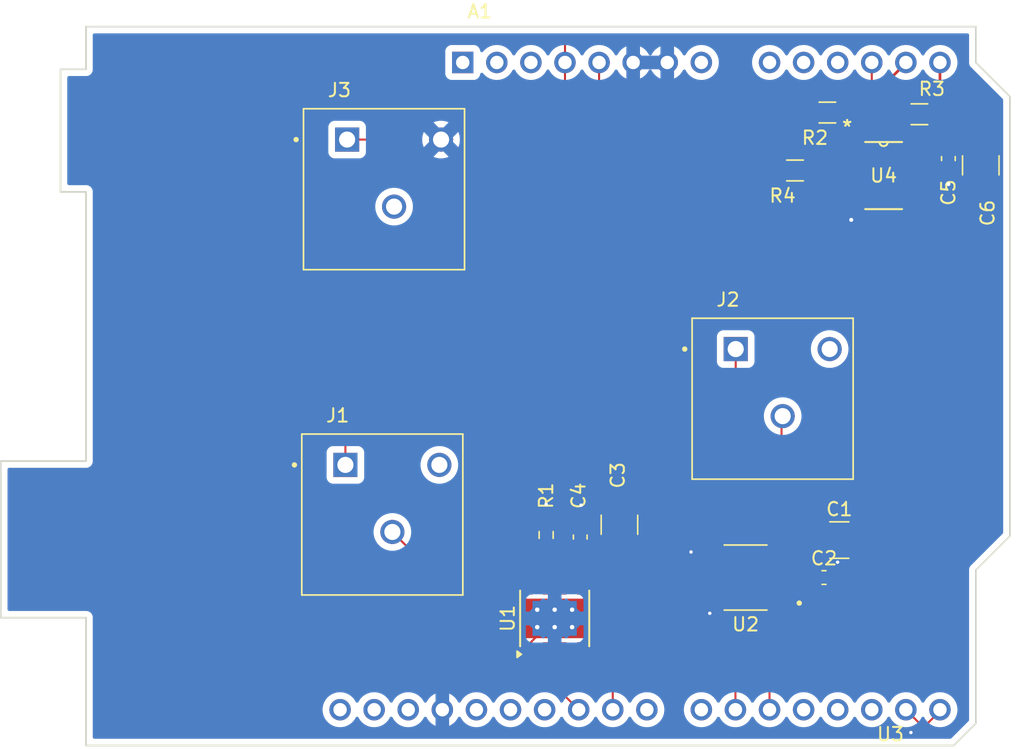
<source format=kicad_pcb>
(kicad_pcb (version 20241229) (generator "pcbnew") (generator_version "9.0")
  (title_block (title "Motor_temperature") (rev "A") (company "Self"))
  (layers (0 "F.Cu" signal) (2 "B.Cu" power) (13 "F.Paste" user) (15 "B.Paste" user) (5 "F.SilkS" user "F.Silkscreen") (7 "B.SilkS" user "B.Silkscreen") (1 "F.Mask" user) (3 "B.Mask" user) (25 "Edge.Cuts" user))
  (net 0 "")
  (net 3 "/SCL")
  (net 4 "/IN_B")
  (net 5 "/ALERT")
  (net 6 "GND")
  (net 11 "/IN_A")
  (net 13 "/UART_TX")
  (net 17 "/SDA")
  (net 20 "/IN_1")
  (net 25 "/3V3")
  (net 28 "/UART_RX")
  (net 29 "/IN_2")
  (net 30 "+12V")
  (net 31 "/OUT_1")
  (net 32 "/OUT_2")
  (net 34 "Net-(U2-OB)")
  (net 35 "/OUT_A")
  (net 38 "Net-(U1-ISEN)")
  (net 39 "+5V")
  (footprint "Resistor_SMD:R_0603_1608Metric_Pad0.98x0.95mm_HandSolder" (layer "F.Cu") (at 132.461 101.6 90)
    (property "Reference" "R1" (at 2.921 0 90) (layer "F.SilkS"))
    (property "Value" "200 m")
    (fp_line (start -0.254724 -0.5225) (end 0.254724 -0.5225) (stroke (width 0.12)) (layer "F.SilkS"))
    (fp_line (start -0.254724 0.5225) (end 0.254724 0.5225) (stroke (width 0.12)) (layer "F.SilkS"))
    (pad "1" smd roundrect (at -0.9125 0 90) (size 0.975 0.95) (layers "F.Cu" "F.Mask" "F.Paste") (net 38 "Net-(U1-ISEN)"))
    (pad "2" smd roundrect (at 0.9125 0 90) (size 0.975 0.95) (layers "F.Cu" "F.Mask" "F.Paste") (net 6 "GND"))
  )
  (footprint "Capacitor_SMD:C_0603_1608Metric_Pad1.08x0.95mm_HandSolder" (layer "F.Cu") (at 153.162 104.775)
    (property "Reference" "C2" (at 0 -1.43 0) (layer "F.SilkS"))
    (property "Value" "0.1u")
    (fp_line (start -0.146267 -0.51) (end 0.146267 -0.51) (stroke (width 0.12)) (layer "F.SilkS"))
    (fp_line (start -0.146267 0.51) (end 0.146267 0.51) (stroke (width 0.12)) (layer "F.SilkS"))
    (pad "1" smd roundrect (at -0.8625 0) (size 1.075 0.95) (layers "F.Cu" "F.Mask" "F.Paste") (net 39 "+5V"))
    (pad "2" smd roundrect (at 0.8625 0) (size 1.075 0.95) (layers "F.Cu" "F.Mask" "F.Paste") (net 6 "GND"))
  )
  (footprint "TBL002A-350-03GR-2OR:CUI_TBL002A-350-03GR-2OR" (layer "F.Cu") (at 117.6295 72.119)
    (property "Reference" "J3" (at -0.575 -3.685 0) (layer "F.SilkS"))
    (property "Value" "TBL002A-350-03GR-2OR")
    (fp_line (start -3.25 -2.3) (end 8.75 -2.3) (stroke (width 0.127)) (layer "F.SilkS"))
    (fp_line (start -3.25 9.7) (end -3.25 -2.3) (stroke (width 0.127)) (layer "F.SilkS"))
    (fp_line (start 8.75 -2.3) (end 8.75 9.7) (stroke (width 0.127)) (layer "F.SilkS"))
    (fp_line (start 8.75 9.7) (end -3.25 9.7) (stroke (width 0.127)) (layer "F.SilkS"))
    (fp_circle (center -3.8 0) (end -3.7 0) (stroke (width 0.2)) (fill no) (layer "F.SilkS"))
    (pad "1" thru_hole rect (at 0 0) (size 1.8 1.8) (drill 1.2) (layers "*.Cu" "*.Mask") (net 30 "+12V"))
    (pad "2" thru_hole circle (at 3.5 5) (size 1.8 1.8) (drill 1.2) (layers "*.Cu" "*.Mask"))
    (pad "3" thru_hole circle (at 7 0) (size 1.8 1.8) (drill 1.2) (layers "*.Cu" "*.Mask") (net 6 "GND"))
  )
  (footprint "1206W4F4701T5E:RESC3115X65N" (layer "F.Cu") (at 153.416 70.104 180)
    (property "Reference" "R2" (at 0.925 -1.885 0) (layer "F.SilkS"))
    (property "Value" "4K7")
    (fp_line (start -0.615 0.775) (end 0.615 0.775) (stroke (width 0.127)) (layer "F.SilkS"))
    (fp_line (start -0.615 -0.775) (end 0.615 -0.775) (stroke (width 0.127)) (layer "F.SilkS"))
    (pad "1" smd rect (at -1.46 0 180) (size 1.05 1.72) (layers "F.Cu" "F.Mask" "F.Paste") (net 17 "/SDA"))
    (pad "2" smd rect (at 1.46 0 180) (size 1.05 1.72) (layers "F.Cu" "F.Mask" "F.Paste") (net 25 "/3V3"))
  )
  (footprint "Capacitor_SMD:C_1210_3225Metric_Pad1.33x2.70mm_HandSolder" (layer "F.Cu") (at 154.305 101.981)
    (property "Reference" "C1" (at 0 -2.3 0) (layer "F.SilkS"))
    (property "Value" "47u")
    (fp_line (start -0.711252 -1.36) (end 0.711252 -1.36) (stroke (width 0.12)) (layer "F.SilkS"))
    (fp_line (start -0.711252 1.36) (end 0.711252 1.36) (stroke (width 0.12)) (layer "F.SilkS"))
    (pad "1" smd roundrect (at -1.5625 0) (size 1.325 2.7) (layers "F.Cu" "F.Mask" "F.Paste") (roundrect_rratio 0.188679) (net 39 "+5V"))
    (pad "2" smd roundrect (at 1.5625 0) (size 1.325 2.7) (layers "F.Cu" "F.Mask" "F.Paste") (roundrect_rratio 0.188679) (net 6 "GND"))
  )
  (footprint "Capacitor_SMD:C_1210_3225Metric_Pad1.33x2.70mm_HandSolder" (layer "F.Cu") (at 137.922 100.838 90)
    (property "Reference" "C3" (at 3.683 -0.127 90) (layer "F.SilkS"))
    (property "Value" "47u")
    (fp_line (start -0.711252 -1.36) (end 0.711252 -1.36) (stroke (width 0.12)) (layer "F.SilkS"))
    (fp_line (start -0.711252 1.36) (end 0.711252 1.36) (stroke (width 0.12)) (layer "F.SilkS"))
    (pad "1" smd roundrect (at -1.5625 0 90) (size 1.325 2.7) (layers "F.Cu" "F.Mask" "F.Paste") (roundrect_rratio 0.188679) (net 30 "+12V"))
    (pad "2" smd roundrect (at 1.5625 0 90) (size 1.325 2.7) (layers "F.Cu" "F.Mask" "F.Paste") (roundrect_rratio 0.188679) (net 6 "GND"))
  )
  (footprint "1206W4F4701T5E:RESC3115X65N" (layer "F.Cu") (at 160.274 70.231)
    (property "Reference" "R3" (at 0.925 -1.885 0) (layer "F.SilkS"))
    (property "Value" "4K7")
    (fp_line (start -0.615 -0.775) (end 0.615 -0.775) (stroke (width 0.127)) (layer "F.SilkS"))
    (fp_line (start -0.615 0.775) (end 0.615 0.775) (stroke (width 0.127)) (layer "F.SilkS"))
    (pad "1" smd rect (at -1.46 0) (size 1.05 1.72) (layers "F.Cu" "F.Mask" "F.Paste") (net 3 "/SCL"))
    (pad "2" smd rect (at 1.46 0) (size 1.05 1.72) (layers "F.Cu" "F.Mask" "F.Paste") (net 25 "/3V3"))
  )
  (footprint "L9110S:SOIC127P599X172-8N" (layer "F.Cu") (at 147.32 104.775 180)
    (property "Reference" "U2" (at 0 -3.4925 0) (layer "F.SilkS"))
    (property "Value" "L9110S")
    (fp_line (start 1.59 2.4257) (end -1.59 2.4257) (stroke (width 0.127)) (layer "F.SilkS"))
    (fp_line (start -1.59 -2.4257) (end 1.59 -2.4257) (stroke (width 0.127)) (layer "F.SilkS"))
    (fp_circle (center -4 -1.905) (end -3.9 -1.905) (stroke (width 0.2)) (fill no) (layer "F.SilkS"))
    (pad "1" smd rect (at -2.68 -1.905 180) (size 1.55 0.58) (layers "F.Cu" "F.Mask" "F.Paste") (net 35 "/OUT_A"))
    (pad "2" smd rect (at -2.68 -0.635 180) (size 1.55 0.58) (layers "F.Cu" "F.Mask" "F.Paste") (net 39 "+5V"))
    (pad "3" smd rect (at -2.68 0.635 180) (size 1.55 0.58) (layers "F.Cu" "F.Mask" "F.Paste") (net 39 "+5V"))
    (pad "4" smd rect (at -2.68 1.905 180) (size 1.55 0.58) (layers "F.Cu" "F.Mask" "F.Paste") (net 34 "Net-(U2-OB)"))
    (pad "5" smd rect (at 2.68 1.905 180) (size 1.55 0.58) (layers "F.Cu" "F.Mask" "F.Paste") (net 6 "GND"))
    (pad "6" smd rect (at 2.68 0.635 180) (size 1.55 0.58) (layers "F.Cu" "F.Mask" "F.Paste") (net 11 "/IN_A"))
    (pad "7" smd rect (at 2.68 -0.635 180) (size 1.55 0.58) (layers "F.Cu" "F.Mask" "F.Paste") (net 4 "/IN_B"))
    (pad "8" smd rect (at 2.68 -1.905 180) (size 1.55 0.58) (layers "F.Cu" "F.Mask" "F.Paste") (net 6 "GND"))
  )
  (footprint "TBL002A-350-03GR-2OR:CUI_TBL002A-350-03GR-2OR" (layer "F.Cu") (at 117.5025 96.376)
    (property "Reference" "J1" (at -0.575 -3.685 0) (layer "F.SilkS"))
    (property "Value" "TBL002A-350-03GR-2OR")
    (fp_line (start -3.25 -2.3) (end 8.75 -2.3) (stroke (width 0.127)) (layer "F.SilkS"))
    (fp_line (start -3.25 9.7) (end -3.25 -2.3) (stroke (width 0.127)) (layer "F.SilkS"))
    (fp_line (start 8.75 -2.3) (end 8.75 9.7) (stroke (width 0.127)) (layer "F.SilkS"))
    (fp_line (start 8.75 9.7) (end -3.25 9.7) (stroke (width 0.127)) (layer "F.SilkS"))
    (fp_circle (center -3.8 0) (end -3.7 0) (stroke (width 0.2)) (fill no) (layer "F.SilkS"))
    (pad "1" thru_hole rect (at 0 0) (size 1.8 1.8) (drill 1.2) (layers "*.Cu" "*.Mask") (net 31 "/OUT_1"))
    (pad "2" thru_hole circle (at 3.5 5) (size 1.8 1.8) (drill 1.2) (layers "*.Cu" "*.Mask") (net 32 "/OUT_2"))
    (pad "3" thru_hole circle (at 7 0) (size 1.8 1.8) (drill 1.2) (layers "*.Cu" "*.Mask"))
  )
  (footprint "Capacitor_SMD:C_0603_1608Metric_Pad1.08x0.95mm_HandSolder" (layer "F.Cu") (at 162.433 73.533 -90)
    (property "Reference" "C5" (at 2.54 0 90) (layer "F.SilkS"))
    (property "Value" "0.1u")
    (fp_line (start -0.146267 0.51) (end 0.146267 0.51) (stroke (width 0.12)) (layer "F.SilkS"))
    (fp_line (start -0.146267 -0.51) (end 0.146267 -0.51) (stroke (width 0.12)) (layer "F.SilkS"))
    (pad "1" smd roundrect (at -0.8625 0 270) (size 1.075 0.95) (layers "F.Cu" "F.Mask" "F.Paste") (net 25 "/3V3"))
    (pad "2" smd roundrect (at 0.8625 0 270) (size 1.075 0.95) (layers "F.Cu" "F.Mask" "F.Paste") (net 6 "GND"))
  )
  (footprint "TMP144YFFR:YFF0004AAAJ" (layer "F.Cu") (at 160.582 115.951 180)
    (property "Reference" "U3" (at 2.467 -0.508 0) (layer "F.SilkS"))
    (property "Value" "TMP144YFFR")
    (pad "A1" smd circle (at -0.2 -0.2 270) (size 0.23 0.23) (layers "F.Cu" "F.Mask") (net 25 "/3V3"))
    (pad "A2" smd circle (at 0.2 -0.2 270) (size 0.23 0.23) (layers "F.Cu" "F.Mask") (net 6 "GND"))
    (pad "B1" smd circle (at -0.2 0.200002 270) (size 0.23 0.23) (layers "F.Cu" "F.Mask") (net 28 "/UART_RX"))
    (pad "B2" smd circle (at 0.2 0.200002 270) (size 0.23 0.23) (layers "F.Cu" "F.Mask") (net 13 "/UART_TX"))
  )
  (footprint "TMP75AIDR:D8" (layer "F.Cu") (at 157.607 74.803)
    (property "Reference" "U4" (at 0 0 0) (layer "F.SilkS"))
    (property "Value" "TMP75AIDR")
    (fp_line (start -1.373653 2.5019) (end 1.373653 2.5019) (stroke (width 0.1524)) (layer "F.SilkS"))
    (fp_line (start 1.373653 -2.5019) (end -1.373653 -2.5019) (stroke (width 0.1524)) (layer "F.SilkS"))
    (fp_arc (start 0.3048 -2.5019) (mid 0 -2.1971) (end -0.3048 -2.5019) (stroke (width 0.1524)) (layer "F.SilkS"))
    (fp_text user "*" (at -2.7178 -3.6068 0) (layer "F.SilkS"))
    (fp_text user "*" (at -2.7178 -3.6068 0) (layer "F.SilkS"))
    (pad "1" smd rect (at -2.4638 -1.905) (size 1.9812 0.5588) (layers "F.Cu" "F.Mask" "F.Paste") (net 17 "/SDA"))
    (pad "2" smd rect (at -2.4638 -0.635) (size 1.9812 0.5588) (layers "F.Cu" "F.Mask" "F.Paste") (net 3 "/SCL"))
    (pad "3" smd rect (at -2.4638 0.635) (size 1.9812 0.5588) (layers "F.Cu" "F.Mask" "F.Paste") (net 5 "/ALERT"))
    (pad "4" smd rect (at -2.4638 1.905) (size 1.9812 0.5588) (layers "F.Cu" "F.Mask" "F.Paste") (net 6 "GND"))
    (pad "5" smd rect (at 2.4638 1.905) (size 1.9812 0.5588) (layers "F.Cu" "F.Mask" "F.Paste") (net 6 "GND"))
    (pad "6" smd rect (at 2.4638 0.635) (size 1.9812 0.5588) (layers "F.Cu" "F.Mask" "F.Paste") (net 6 "GND"))
    (pad "7" smd rect (at 2.4638 -0.635) (size 1.9812 0.5588) (layers "F.Cu" "F.Mask" "F.Paste") (net 6 "GND"))
    (pad "8" smd rect (at 2.4638 -1.905) (size 1.9812 0.5588) (layers "F.Cu" "F.Mask" "F.Paste") (net 25 "/3V3"))
  )
  (footprint "TBL002A-350-03GR-2OR:CUI_TBL002A-350-03GR-2OR" (layer "F.Cu") (at 146.5855 87.74)
    (property "Reference" "J2" (at -0.575 -3.685 0) (layer "F.SilkS"))
    (property "Value" "TBL002A-350-03GR-2OR")
    (fp_line (start -3.25 -2.3) (end 8.75 -2.3) (stroke (width 0.127)) (layer "F.SilkS"))
    (fp_line (start -3.25 9.7) (end -3.25 -2.3) (stroke (width 0.127)) (layer "F.SilkS"))
    (fp_line (start 8.75 -2.3) (end 8.75 9.7) (stroke (width 0.127)) (layer "F.SilkS"))
    (fp_line (start 8.75 9.7) (end -3.25 9.7) (stroke (width 0.127)) (layer "F.SilkS"))
    (fp_circle (center -3.8 0) (end -3.7 0) (stroke (width 0.2)) (fill no) (layer "F.SilkS"))
    (pad "1" thru_hole rect (at 0 0) (size 1.8 1.8) (drill 1.2) (layers "*.Cu" "*.Mask") (net 35 "/OUT_A"))
    (pad "2" thru_hole circle (at 3.5 5) (size 1.8 1.8) (drill 1.2) (layers "*.Cu" "*.Mask") (net 34 "Net-(U2-OB)"))
    (pad "3" thru_hole circle (at 7 0) (size 1.8 1.8) (drill 1.2) (layers "*.Cu" "*.Mask"))
  )
  (footprint "Module:Arduino_UNO_R3_edgecuts_withoutcourtyard" (layer "F.Cu") (at 126.245 66.37)
    (property "Reference" "A1" (at 1.27 -3.81 180) (layer "F.SilkS"))
    (property "Value" "Arduino_UNO_R3_edgecuts")
    (fp_line (start -34.42 29.72) (end -34.42 41.4) (stroke (width 0.12)) (layer "F.SilkS"))
    (fp_line (start -34.42 41.4) (end -28.07 41.4) (stroke (width 0.12)) (layer "F.SilkS"))
    (fp_line (start -29.97 0.51) (end -29.97 9.65) (stroke (width 0.12)) (layer "F.SilkS"))
    (fp_line (start -29.97 9.65) (end -28.07 9.65) (stroke (width 0.12)) (layer "F.SilkS"))
    (fp_line (start -28.07 -2.67) (end -28.07 0.51) (stroke (width 0.12)) (layer "F.SilkS"))
    (fp_line (start -28.07 0.51) (end -29.97 0.51) (stroke (width 0.12)) (layer "F.SilkS"))
    (fp_line (start -28.07 9.65) (end -28.07 29.72) (stroke (width 0.12)) (layer "F.SilkS"))
    (fp_line (start -28.07 29.72) (end -34.42 29.72) (stroke (width 0.12)) (layer "F.SilkS"))
    (fp_line (start -28.07 41.4) (end -28.07 50.93) (stroke (width 0.12)) (layer "F.SilkS"))
    (fp_line (start -28.07 50.93) (end 36.58 50.93) (stroke (width 0.12)) (layer "F.SilkS"))
    (fp_line (start 36.58 50.93) (end 38.23 49.28) (stroke (width 0.12)) (layer "F.SilkS"))
    (fp_line (start 38.23 -2.67) (end -28.07 -2.67) (stroke (width 0.12)) (layer "F.SilkS"))
    (fp_line (start 38.23 0) (end 38.23 -2.67) (stroke (width 0.12)) (layer "F.SilkS"))
    (fp_line (start 38.23 37.85) (end 40.77 35.31) (stroke (width 0.12)) (layer "F.SilkS"))
    (fp_line (start 38.23 49.28) (end 38.23 37.85) (stroke (width 0.12)) (layer "F.SilkS"))
    (fp_line (start 40.77 2.54) (end 38.23 0) (stroke (width 0.12)) (layer "F.SilkS"))
    (fp_line (start 40.77 35.31) (end 40.77 2.54) (stroke (width 0.12)) (layer "F.SilkS"))
    (fp_line (start -34.42 29.72) (end -34.42 41.4) (stroke (width 0.12)) (layer "Edge.Cuts"))
    (fp_line (start -34.42 41.4) (end -28.07 41.4) (stroke (width 0.12)) (layer "Edge.Cuts"))
    (fp_line (start -29.97 0.51) (end -29.97 9.65) (stroke (width 0.12)) (layer "Edge.Cuts"))
    (fp_line (start -29.97 9.65) (end -28.07 9.65) (stroke (width 0.12)) (layer "Edge.Cuts"))
    (fp_line (start -28.07 -2.67) (end -28.07 0.51) (stroke (width 0.12)) (layer "Edge.Cuts"))
    (fp_line (start -28.07 0.51) (end -29.97 0.51) (stroke (width 0.12)) (layer "Edge.Cuts"))
    (fp_line (start -28.07 9.65) (end -28.07 29.72) (stroke (width 0.12)) (layer "Edge.Cuts"))
    (fp_line (start -28.07 29.72) (end -34.42 29.72) (stroke (width 0.12)) (layer "Edge.Cuts"))
    (fp_line (start -28.07 41.4) (end -28.07 50.93) (stroke (width 0.12)) (layer "Edge.Cuts"))
    (fp_line (start -28.07 50.93) (end 36.58 50.93) (stroke (width 0.12)) (layer "Edge.Cuts"))
    (fp_line (start 36.58 50.93) (end 38.23 49.28) (stroke (width 0.12)) (layer "Edge.Cuts"))
    (fp_line (start 38.23 -2.67) (end -28.07 -2.67) (stroke (width 0.12)) (layer "Edge.Cuts"))
    (fp_line (start 38.23 0) (end 38.23 -2.67) (stroke (width 0.12)) (layer "Edge.Cuts"))
    (fp_line (start 38.23 37.85) (end 40.77 35.31) (stroke (width 0.12)) (layer "Edge.Cuts"))
    (fp_line (start 38.23 49.28) (end 38.23 37.85) (stroke (width 0.12)) (layer "Edge.Cuts"))
    (fp_line (start 40.77 2.54) (end 38.23 0) (stroke (width 0.12)) (layer "Edge.Cuts"))
    (fp_line (start 40.77 35.31) (end 40.77 2.54) (stroke (width 0.12)) (layer "Edge.Cuts"))
    (pad "1" thru_hole rect (at 0 0 90) (size 1.6 1.6) (drill 1) (layers "*.Cu" "*.Mask"))
    (pad "2" thru_hole oval (at 2.54 0 90) (size 1.6 1.6) (drill 1) (layers "*.Cu" "*.Mask"))
    (pad "3" thru_hole oval (at 5.08 0 90) (size 1.6 1.6) (drill 1) (layers "*.Cu" "*.Mask"))
    (pad "4" thru_hole oval (at 7.62 0 90) (size 1.6 1.6) (drill 1) (layers "*.Cu" "*.Mask") (net 25 "/3V3"))
    (pad "5" thru_hole oval (at 10.16 0 90) (size 1.6 1.6) (drill 1) (layers "*.Cu" "*.Mask") (net 39 "+5V"))
    (pad "6" thru_hole oval (at 12.7 0 90) (size 1.6 1.6) (drill 1) (layers "*.Cu" "*.Mask") (net 6 "GND"))
    (pad "7" thru_hole oval (at 15.24 0 90) (size 1.6 1.6) (drill 1) (layers "*.Cu" "*.Mask") (net 6 "GND"))
    (pad "8" thru_hole oval (at 17.78 0 90) (size 1.6 1.6) (drill 1) (layers "*.Cu" "*.Mask"))
    (pad "9" thru_hole oval (at 22.86 0 90) (size 1.6 1.6) (drill 1) (layers "*.Cu" "*.Mask"))
    (pad "10" thru_hole oval (at 25.4 0 90) (size 1.6 1.6) (drill 1) (layers "*.Cu" "*.Mask"))
    (pad "11" thru_hole oval (at 27.94 0 90) (size 1.6 1.6) (drill 1) (layers "*.Cu" "*.Mask"))
    (pad "12" thru_hole oval (at 30.48 0 90) (size 1.6 1.6) (drill 1) (layers "*.Cu" "*.Mask") (net 5 "/ALERT"))
    (pad "13" thru_hole oval (at 33.02 0 90) (size 1.6 1.6) (drill 1) (layers "*.Cu" "*.Mask") (net 17 "/SDA"))
    (pad "14" thru_hole oval (at 35.56 0 90) (size 1.6 1.6) (drill 1) (layers "*.Cu" "*.Mask") (net 3 "/SCL"))
    (pad "15" thru_hole oval (at 35.56 48.26 90) (size 1.6 1.6) (drill 1) (layers "*.Cu" "*.Mask") (net 28 "/UART_RX"))
    (pad "16" thru_hole oval (at 33.02 48.26 90) (size 1.6 1.6) (drill 1) (layers "*.Cu" "*.Mask") (net 13 "/UART_TX"))
    (pad "17" thru_hole oval (at 30.48 48.26 90) (size 1.6 1.6) (drill 1) (layers "*.Cu" "*.Mask"))
    (pad "18" thru_hole oval (at 27.94 48.26 90) (size 1.6 1.6) (drill 1) (layers "*.Cu" "*.Mask"))
    (pad "19" thru_hole oval (at 25.4 48.26 90) (size 1.6 1.6) (drill 1) (layers "*.Cu" "*.Mask"))
    (pad "20" thru_hole oval (at 22.86 48.26 90) (size 1.6 1.6) (drill 1) (layers "*.Cu" "*.Mask") (net 11 "/IN_A"))
    (pad "21" thru_hole oval (at 20.32 48.26 90) (size 1.6 1.6) (drill 1) (layers "*.Cu" "*.Mask") (net 4 "/IN_B"))
    (pad "22" thru_hole oval (at 17.78 48.26 90) (size 1.6 1.6) (drill 1) (layers "*.Cu" "*.Mask"))
    (pad "23" thru_hole oval (at 13.72 48.26 90) (size 1.6 1.6) (drill 1) (layers "*.Cu" "*.Mask"))
    (pad "24" thru_hole oval (at 11.18 48.26 90) (size 1.6 1.6) (drill 1) (layers "*.Cu" "*.Mask") (net 20 "/IN_1"))
    (pad "25" thru_hole oval (at 8.64 48.26 90) (size 1.6 1.6) (drill 1) (layers "*.Cu" "*.Mask") (net 29 "/IN_2"))
    (pad "26" thru_hole oval (at 6.1 48.26 90) (size 1.6 1.6) (drill 1) (layers "*.Cu" "*.Mask"))
    (pad "27" thru_hole oval (at 3.56 48.26 90) (size 1.6 1.6) (drill 1) (layers "*.Cu" "*.Mask"))
    (pad "28" thru_hole oval (at 1.02 48.26 90) (size 1.6 1.6) (drill 1) (layers "*.Cu" "*.Mask"))
    (pad "29" thru_hole oval (at -1.52 48.26 90) (size 1.6 1.6) (drill 1) (layers "*.Cu" "*.Mask") (net 6 "GND"))
    (pad "30" thru_hole oval (at -4.06 48.26 90) (size 1.6 1.6) (drill 1) (layers "*.Cu" "*.Mask"))
    (pad "31" thru_hole oval (at -6.6 48.26 90) (size 1.6 1.6) (drill 1) (layers "*.Cu" "*.Mask"))
    (pad "32" thru_hole oval (at -9.14 48.26 90) (size 1.6 1.6) (drill 1) (layers "*.Cu" "*.Mask"))
  )
  (footprint "Package_SO:Texas_HTSOP-8-1EP_3.9x4.9mm_P1.27mm_EP2.95x4.9mm_Mask2.4x3.1mm_ThermalVias" (layer "F.Cu") (at 133.096 107.823 90)
    (property "Reference" "U1" (at 0 -3.5 90) (layer "F.SilkS"))
    (property "Value" "DRV8870DDA")
    (fp_line (start -2.075 -2.575) (end 2.075 -2.575) (stroke (width 0.15)) (layer "F.SilkS"))
    (fp_line (start -2.075 2.575) (end 2.075 2.575) (stroke (width 0.15)) (layer "F.SilkS"))
    (fp_poly (pts (xy -2.675 -2.475) (xy -2.915 -2.805) (xy -2.435 -2.805) (xy -2.675 -2.475)) (stroke (width 0.12)) (fill yes) (layer "F.SilkS"))
    (pad "1" smd rect (at -2.875 -1.905 90) (size 2.2 0.5) (layers "F.Cu" "F.Mask" "F.Paste") (net 6 "GND"))
    (pad "2" smd rect (at -2.875 -0.635 90) (size 2.2 0.5) (layers "F.Cu" "F.Mask" "F.Paste") (net 29 "/IN_2"))
    (pad "3" smd rect (at -2.875 0.635 90) (size 2.2 0.5) (layers "F.Cu" "F.Mask" "F.Paste") (net 20 "/IN_1"))
    (pad "4" smd rect (at -2.875 1.905 90) (size 2.2 0.5) (layers "F.Cu" "F.Mask" "F.Paste") (net 25 "/3V3"))
    (pad "5" smd rect (at 2.875 1.905 90) (size 2.2 0.5) (layers "F.Cu" "F.Mask" "F.Paste") (net 30 "+12V"))
    (pad "6" smd rect (at 2.875 0.635 90) (size 2.2 0.5) (layers "F.Cu" "F.Mask" "F.Paste") (net 31 "/OUT_1"))
    (pad "7" smd rect (at 2.875 -0.635 90) (size 2.2 0.5) (layers "F.Cu" "F.Mask" "F.Paste") (net 38 "Net-(U1-ISEN)"))
    (pad "8" smd rect (at 2.875 -1.905 90) (size 2.2 0.5) (layers "F.Cu" "F.Mask" "F.Paste") (net 32 "/OUT_2"))
    (pad "9" thru_hole circle (at -0.65 -1.3 90) (size 0.63 0.63) (drill 0.33) (layers "*.Cu" "*.Mask") (net 6 "GND"))
    (pad "9" thru_hole circle (at -0.65 0 90) (size 0.63 0.63) (drill 0.33) (layers "*.Cu" "*.Mask") (net 6 "GND"))
    (pad "9" thru_hole circle (at -0.65 1.3 90) (size 0.63 0.63) (drill 0.33) (layers "*.Cu" "*.Mask") (net 6 "GND"))
    (pad "9" smd rect (at 0 0 90) (size 2.6 3.3) (layers "B.Cu") (net 6 "GND"))
    (pad "9" smd rect (at 0 0 90) (size 2.95 4.9) (layers "F.Cu") (net 6 "GND"))
    (pad "9" thru_hole circle (at 0.65 -1.3 90) (size 0.63 0.63) (drill 0.33) (layers "*.Cu" "*.Mask") (net 6 "GND"))
    (pad "9" thru_hole circle (at 0.65 0 90) (size 0.63 0.63) (drill 0.33) (layers "*.Cu" "*.Mask") (net 6 "GND"))
    (pad "9" thru_hole circle (at 0.65 1.3 90) (size 0.63 0.63) (drill 0.33) (layers "*.Cu" "*.Mask") (net 6 "GND"))
  )
  (footprint "1206W4F4701T5E:RESC3115X65N" (layer "F.Cu") (at 151.003 74.422 180)
    (property "Reference" "R4" (at 0.925 -1.885 0) (layer "F.SilkS"))
    (property "Value" "4K7")
    (fp_line (start -0.615 0.775) (end 0.615 0.775) (stroke (width 0.127)) (layer "F.SilkS"))
    (fp_line (start -0.615 -0.775) (end 0.615 -0.775) (stroke (width 0.127)) (layer "F.SilkS"))
    (pad "1" smd rect (at -1.46 0 180) (size 1.05 1.72) (layers "F.Cu" "F.Mask" "F.Paste") (net 5 "/ALERT"))
    (pad "2" smd rect (at 1.46 0 180) (size 1.05 1.72) (layers "F.Cu" "F.Mask" "F.Paste") (net 25 "/3V3"))
  )
  (footprint "Capacitor_SMD:C_0603_1608Metric_Pad1.08x0.95mm_HandSolder" (layer "F.Cu") (at 135.001 101.7535 90)
    (property "Reference" "C4" (at 3.0745 -0.127 90) (layer "F.SilkS"))
    (property "Value" "0.1u")
    (fp_line (start -0.146267 -0.51) (end 0.146267 -0.51) (stroke (width 0.12)) (layer "F.SilkS"))
    (fp_line (start -0.146267 0.51) (end 0.146267 0.51) (stroke (width 0.12)) (layer "F.SilkS"))
    (pad "1" smd roundrect (at -0.8625 0 90) (size 1.075 0.95) (layers "F.Cu" "F.Mask" "F.Paste") (net 30 "+12V"))
    (pad "2" smd roundrect (at 0.8625 0 90) (size 1.075 0.95) (layers "F.Cu" "F.Mask" "F.Paste") (net 6 "GND"))
  )
  (footprint "Capacitor_SMD:C_1210_3225Metric_Pad1.33x2.70mm_HandSolder" (layer "F.Cu") (at 164.846 74.041 -90)
    (property "Reference" "C6" (at 3.556 -0.508 90) (layer "F.SilkS"))
    (property "Value" "47u")
    (fp_line (start -0.711252 1.36) (end 0.711252 1.36) (stroke (width 0.12)) (layer "F.SilkS"))
    (fp_line (start -0.711252 -1.36) (end 0.711252 -1.36) (stroke (width 0.12)) (layer "F.SilkS"))
    (pad "1" smd roundrect (at -1.5625 0 270) (size 1.325 2.7) (layers "F.Cu" "F.Mask" "F.Paste") (roundrect_rratio 0.188679) (net 25 "/3V3"))
    (pad "2" smd roundrect (at 1.5625 0 270) (size 1.325 2.7) (layers "F.Cu" "F.Mask" "F.Paste") (roundrect_rratio 0.188679) (net 6 "GND"))
  )
  (segment (start 158.814 70.231) (end 158.814 68.897) (width 0.2) (layer "F.Cu") (net 3))
  (segment (start 161.805 68.192) (end 161.805 66.37) (width 0.2) (layer "F.Cu") (net 3))
  (segment (start 156.21 74.168) (end 158.814 71.564) (width 0.2) (layer "F.Cu") (net 3))
  (segment (start 161.798 68.199) (end 161.805 68.192) (width 0.2) (layer "F.Cu") (net 3))
  (segment (start 158.814 71.564) (end 158.814 70.231) (width 0.2) (layer "F.Cu") (net 3))
  (segment (start 155.7782 74.168) (end 156.21 74.168) (width 0.2) (layer "F.Cu") (net 3))
  (segment (start 158.814 68.897) (end 159.258 68.453) (width 0.2) (layer "F.Cu") (net 3))
  (segment (start 159.258 68.453) (end 161.798 68.453) (width 0.2) (layer "F.Cu") (net 3))
  (segment (start 161.798 68.453) (end 161.798 68.199) (width 0.2) (layer "F.Cu") (net 3))
  (segment (start 143.002 109.601) (end 143.002 105.41) (width 0.1524) (layer "F.Cu") (net 4))
  (segment (start 146.565 113.164) (end 143.002 109.601) (width 0.1524) (layer "F.Cu") (net 4))
  (segment (start 143.002 105.41) (end 144.64 105.41) (width 0.1524) (layer "F.Cu") (net 4))
  (segment (start 146.565 114.63) (end 146.565 113.164) (width 0.1524) (layer "F.Cu") (net 4))
  (segment (start 152.463 72.581) (end 153.416 71.628) (width 0.1524) (layer "F.Cu") (net 5))
  (segment (start 153.416 71.628) (end 153.416 68.834) (width 0.1524) (layer "F.Cu") (net 5))
  (segment (start 153.924 68.326) (end 156.718 68.326) (width 0.1524) (layer "F.Cu") (net 5))
  (segment (start 153.479 75.438) (end 152.463 74.422) (width 0.1524) (layer "F.Cu") (net 5))
  (segment (start 153.416 68.834) (end 153.924 68.326) (width 0.1524) (layer "F.Cu") (net 5))
  (segment (start 156.718 68.326) (end 156.725 68.319) (width 0.1524) (layer "F.Cu") (net 5))
  (segment (start 152.463 74.422) (end 152.463 72.581) (width 0.1524) (layer "F.Cu") (net 5))
  (segment (start 156.725 68.319) (end 156.725 66.37) (width 0.1524) (layer "F.Cu") (net 5))
  (segment (start 155.1432 75.438) (end 153.479 75.438) (width 0.1524) (layer "F.Cu") (net 5))
  (segment (start 160.201 116.332) (end 159.639 116.332) (width 0.1524) (layer "F.Cu") (net 6))
  (segment (start 164.846 75.6035) (end 162.5985 75.6035) (width 0.1524) (layer "F.Cu") (net 6))
  (segment (start 154.051 103.759) (end 154.178 103.632) (width 0.1524) (layer "F.Cu") (net 6))
  (segment (start 137.922 99.2755) (end 135.1665 99.2755) (width 0.1524) (layer "F.Cu") (net 6))
  (segment (start 135.1665 99.2755) (end 135.0645 99.3775) (width 0.1524) (layer "F.Cu") (net 6))
  (segment (start 154.0245 103.7855) (end 154.051 103.759) (width 0.1524) (layer "F.Cu") (net 6))
  (segment (start 134.7975 100.6875) (end 135.001 100.891) (width 0.1524) (layer "F.Cu") (net 6))
  (segment (start 154.0245 104.775) (end 154.0245 103.7855) (width 0.1524) (layer "F.Cu") (net 6))
  (segment (start 160.382 116.151) (end 160.201 116.332) (width 0.1524) (layer "F.Cu") (net 6))
  (segment (start 131.191 109.728) (end 133.096 107.823) (width 0.1524) (layer "F.Cu") (net 6))
  (segment (start 131.191 110.698) (end 131.191 109.728) (width 0.1524) (layer "F.Cu") (net 6))
  (segment (start 162.5985 75.6035) (end 162.433 75.438) (width 0.1524) (layer "F.Cu") (net 6))
  (segment (start 132.461 99.314) (end 132.461 99.441) (width 0.1524) (layer "F.Cu") (net 6))
  (segment (start 144.64 106.68) (end 144.64 107.429) (width 0.1524) (layer "F.Cu") (net 6))
  (segment (start 135.0645 99.3775) (end 135.001 99.441) (width 0.1524) (layer "F.Cu") (net 6))
  (segment (start 160.7058 74.168) (end 162.7135 74.168) (width 0.2) (layer "F.Cu") (net 6))
  (segment (start 160.0708 75.438) (end 160.0708 74.168) (width 0.1524) (layer "F.Cu") (net 6))
  (segment (start 144.64 102.87) (end 143.256 102.87) (width 0.1524) (layer "F.Cu") (net 6))
  (segment (start 132.461 100.6875) (end 132.461 99.314) (width 0.1524) (layer "F.Cu") (net 6))
  (segment (start 160.0708 76.708) (end 160.0708 75.438) (width 0.1524) (layer "F.Cu") (net 6))
  (segment (start 162.433 74.3955) (end 162.433 75.438) (width 0.1524) (layer "F.Cu") (net 6))
  (segment (start 155.1432 78.0542) (end 155.194 78.105) (width 0.1524) (layer "F.Cu") (net 6))
  (segment (start 155.1432 76.708) (end 155.1432 78.0542) (width 0.1524) (layer "F.Cu") (net 6))
  (segment (start 154.2165 103.632) (end 155.8675 101.981) (width 0.1524) (layer "F.Cu") (net 6))
  (segment (start 144.64 107.429) (end 144.653 107.442) (width 0.1524) (layer "F.Cu") (net 6))
  (segment (start 135.001 100.891) (end 135.001 99.441) (width 0.1524) (layer "F.Cu") (net 6))
  (segment (start 154.178 103.632) (end 154.2165 103.632) (width 0.1524) (layer "F.Cu") (net 6))
  (via (at 135.0645 99.3775) (size 0.4064) (drill 0.254) (layers "F.Cu" "B.Cu") (net 6))
  (via (at 162.433 75.438) (size 0.6) (drill 0.3) (layers "F.Cu" "B.Cu") (net 6))
  (via (at 154.178 103.632) (size 0.4064) (drill 0.254) (layers "F.Cu" "B.Cu") (net 6))
  (via (at 144.653 107.442) (size 0.4064) (drill 0.254) (layers "F.Cu" "B.Cu") (net 6))
  (via (at 155.194 78.105) (size 0.6) (drill 0.3) (layers "F.Cu" "B.Cu") (net 6))
  (via (at 132.461 99.314) (size 0.4064) (drill 0.254) (layers "F.Cu" "B.Cu") (net 6))
  (via (at 159.639 116.332) (size 0.4064) (drill 0.254) (layers "F.Cu" "B.Cu") (net 6))
  (via (at 143.256 102.87) (size 0.4064) (drill 0.254) (layers "F.Cu" "B.Cu") (net 6))
  (segment (start 145.796 104.14) (end 144.64 104.14) (width 0.1524) (layer "F.Cu") (net 11))
  (segment (start 149.105 112.656) (end 146.431 109.982) (width 0.1524) (layer "F.Cu") (net 11))
  (segment (start 149.105 114.63) (end 149.105 112.656) (width 0.1524) (layer "F.Cu") (net 11))
  (segment (start 146.431 104.775) (end 145.796 104.14) (width 0.1524) (layer "F.Cu") (net 11))
  (segment (start 146.431 109.982) (end 146.431 104.775) (width 0.1524) (layer "F.Cu") (net 11))
  (segment (start 159.265 114.633998) (end 159.265 114.63) (width 0.1524) (layer "F.Cu") (net 13))
  (segment (start 160.382 115.750998) (end 159.265 114.633998) (width 0.1524) (layer "F.Cu") (net 13))
  (segment (start 154.876 70.104) (end 155.575 70.104) (width 0.2) (layer "F.Cu") (net 17))
  (segment (start 155.575 70.104) (end 159.265 66.414) (width 0.2) (layer "F.Cu") (net 17))
  (segment (start 154.876 70.9036) (end 154.876 70.104) (width 0.2) (layer "F.Cu") (net 17))
  (segment (start 159.265 66.414) (end 159.265 66.37) (width 0.2) (layer "F.Cu") (net 17))
  (segment (start 155.7782 72.898) (end 155.7782 71.8058) (width 0.2) (layer "F.Cu") (net 17))
  (segment (start 155.7782 71.8058) (end 154.876 70.9036) (width 0.2) (layer "F.Cu") (net 17))
  (segment (start 137.414 112.776) (end 137.425 112.787) (width 0.1524) (layer "F.Cu") (net 20))
  (segment (start 133.731 112.268) (end 134.112 112.649) (width 0.1524) (layer "F.Cu") (net 20))
  (segment (start 134.112 112.649) (end 137.414 112.649) (width 0.1524) (layer "F.Cu") (net 20))
  (segment (start 137.425 112.787) (end 137.425 114.63) (width 0.1524) (layer "F.Cu") (net 20))
  (segment (start 137.414 112.649) (end 137.414 112.776) (width 0.1524) (layer "F.Cu") (net 20))
  (segment (start 133.731 110.698) (end 133.731 112.268) (width 0.1524) (layer "F.Cu") (net 20))
  (segment (start 149.543 70.167) (end 149.606 70.104) (width 0.1524) (layer "F.Cu") (net 25))
  (segment (start 145.3515 64.8335) (end 145.2245 64.7065) (width 0.1524) (layer "F.Cu") (net 25))
  (segment (start 133.865 72.397) (end 138.176 76.708) (width 0.1524) (layer "F.Cu") (net 25))
  (segment (start 139.746 110.698) (end 135.001 110.698) (width 0.1524) (layer "F.Cu") (net 25))
  (segment (start 163.449 66.802) (end 163.576 66.929) (width 0.1524) (layer "F.Cu") (net 25))
  (segment (start 160.8063 72.7975) (end 160.7058 72.898) (width 0.1524) (layer "F.Cu") (net 25))
  (segment (start 133.858 65.024) (end 133.865 65.031) (width 0.1524) (layer "F.Cu") (net 25))
  (segment (start 145.2245 64.7065) (end 145.034 64.516) (width 0.1524) (layer "F.Cu") (net 25))
  (segment (start 138.176 76.708) (end 138.176 94.742) (width 0.1524) (layer "F.Cu") (net 25))
  (segment (start 133.865 66.37) (end 133.865 72.397) (width 0.1524) (layer "F.Cu") (net 25))
  (segment (start 145.288 64.77) (end 162.687 64.77) (width 0.1524) (layer "F.Cu") (net 25))
  (segment (start 162.56 116.332) (end 163.576 115.316) (width 0.1524) (layer "F.Cu") (net 25))
  (segment (start 147.193 70.104) (end 147.193 67.437) (width 0.1524) (layer "F.Cu") (net 25))
  (segment (start 163.576 70.231) (end 161.734 70.231) (width 0.1524) (layer "F.Cu") (net 25))
  (segment (start 140.589 97.155) (end 140.589 109.855) (width 0.1524) (layer "F.Cu") (net 25))
  (segment (start 133.865 65.031) (end 133.865 66.37) (width 0.1524) (layer "F.Cu") (net 25))
  (segment (start 162.2795 72.7975) (end 160.8063 72.7975) (width 0.1524) (layer "F.Cu") (net 25))
  (segment (start 163.068 72.009) (end 162.2795 72.7975) (width 0.1524) (layer "F.Cu") (net 25))
  (segment (start 163.449 65.532) (end 163.449 66.802) (width 0.1524) (layer "F.Cu") (net 25))
  (segment (start 154.813 83.439) (end 147.193 75.819) (width 0.1524) (layer "F.Cu") (net 25))
  (segment (start 162.687 64.77) (end 163.449 65.532) (width 0.1524) (layer "F.Cu") (net 25))
  (segment (start 147.193 66.675) (end 145.3515 64.8335) (width 0.1524) (layer "F.Cu") (net 25))
  (segment (start 151.956 70.104) (end 149.606 70.104) (width 0.1524) (layer "F.Cu") (net 25))
  (segment (start 163.576 70.231) (end 163.576 71.501) (width 0.1524) (layer "F.Cu") (net 25))
  (segment (start 160.782 116.151) (end 160.963 116.332) (width 0.1524) (layer "F.Cu") (net 25))
  (segment (start 147.193 75.819) (end 147.193 70.104) (width 0.1524) (layer "F.Cu") (net 25))
  (segment (start 145.2245 64.7065) (end 145.288 64.77) (width 0.1524) (layer "F.Cu") (net 25))
  (segment (start 163.576 115.316) (end 163.576 83.439) (width 0.1524) (layer "F.Cu") (net 25))
  (segment (start 134.366 64.516) (end 133.858 65.024) (width 0.1524) (layer "F.Cu") (net 25))
  (segment (start 163.576 71.501) (end 163.068 72.009) (width 0.1524) (layer "F.Cu") (net 25))
  (segment (start 147.193 67.437) (end 147.193 66.675) (width 0.1524) (layer "F.Cu") (net 25))
  (segment (start 145.034 64.516) (end 134.366 64.516) (width 0.1524) (layer "F.Cu") (net 25))
  (segment (start 162.433 72.6705) (end 164.654 72.6705) (width 0.1524) (layer "F.Cu") (net 25))
  (segment (start 149.543 74.422) (end 149.543 70.167) (width 0.1524) (layer "F.Cu") (net 25))
  (segment (start 163.576 83.439) (end 154.813 83.439) (width 0.1524) (layer "F.Cu") (net 25))
  (segment (start 160.963 116.332) (end 162.56 116.332) (width 0.1524) (layer "F.Cu") (net 25))
  (segment (start 163.576 66.929) (end 163.576 70.231) (width 0.1524) (layer "F.Cu") (net 25))
  (segment (start 149.606 70.104) (end 147.193 70.104) (width 0.1524) (layer "F.Cu") (net 25))
  (segment (start 140.589 109.855) (end 139.746 110.698) (width 0.1524) (layer "F.Cu") (net 25))
  (segment (start 164.654 72.6705) (end 164.846 72.4785) (width 0.1524) (layer "F.Cu") (net 25))
  (segment (start 138.176 94.742) (end 140.589 97.155) (width 0.1524) (layer "F.Cu") (net 25))
  (segment (start 160.782 115.750998) (end 161.805 114.727998) (width 0.1524) (layer "F.Cu") (net 28))
  (segment (start 161.805 114.727998) (end 161.805 114.63) (width 0.1524) (layer "F.Cu") (net 28))
  (segment (start 132.461 112.776) (end 132.461 110.698) (width 0.1524) (layer "F.Cu") (net 29))
  (segment (start 133.666 113.411) (end 133.096 113.411) (width 0.1524) (layer "F.Cu") (net 29))
  (segment (start 133.096 113.411) (end 132.461 112.776) (width 0.1524) (layer "F.Cu") (net 29))
  (segment (start 134.885 114.63) (end 133.666 113.411) (width 0.1524) (layer "F.Cu") (net 29))
  (segment (start 135.001 102.616) (end 135.001 104.948) (width 0.1524) (layer "F.Cu") (net 30))
  (segment (start 123.571 74.041) (end 121.649 72.119) (width 0.1524) (layer "F.Cu") (net 30))
  (segment (start 135.001 102.616) (end 133.985 101.6) (width 0.1524) (layer "F.Cu") (net 30))
  (segment (start 121.649 72.119) (end 117.6295 72.119) (width 0.1524) (layer "F.Cu") (net 30))
  (segment (start 137.7065 102.616) (end 137.922 102.4005) (width 0.1524) (layer "F.Cu") (net 30))
  (segment (start 135.001 102.616) (end 137.7065 102.616) (width 0.1524) (layer "F.Cu") (net 30))
  (segment (start 133.985 101.6) (end 133.985 75.946) (width 0.1524) (layer "F.Cu") (net 30))
  (segment (start 134.112 75.819) (end 132.334 74.041) (width 0.1524) (layer "F.Cu") (net 30))
  (segment (start 133.985 75.946) (end 134.112 75.819) (width 0.1524) (layer "F.Cu") (net 30))
  (segment (start 132.334 74.041) (end 123.571 74.041) (width 0.1524) (layer "F.Cu") (net 30))
  (segment (start 133.604 104.821) (end 133.604 98.933) (width 0.1524) (layer "F.Cu") (net 31))
  (segment (start 133.731 104.948) (end 133.604 104.821) (width 0.1524) (layer "F.Cu") (net 31))
  (segment (start 133.604 98.933) (end 129.159 94.488) (width 0.1524) (layer "F.Cu") (net 31))
  (segment (start 117.5025 94.5155) (end 117.5025 96.376) (width 0.1524) (layer "F.Cu") (net 31))
  (segment (start 129.159 94.488) (end 117.475 94.488) (width 0.1524) (layer "F.Cu") (net 31))
  (segment (start 131.191 104.948) (end 131.191 103.251) (width 0.1524) (layer "F.Cu") (net 32))
  (segment (start 122.8775 103.251) (end 121.0025 101.376) (width 0.1524) (layer "F.Cu") (net 32))
  (segment (start 131.191 103.251) (end 122.8775 103.251) (width 0.1524) (layer "F.Cu") (net 32))
  (segment (start 150 102.87) (end 150 92.8255) (width 0.1524) (layer "F.Cu") (net 34))
  (segment (start 150 92.8255) (end 150.0855 92.74) (width 0.1524) (layer "F.Cu") (net 34))
  (segment (start 147.701 96.2025) (end 146.58975 95.09125) (width 0.1524) (layer "F.Cu") (net 35))
  (segment (start 147.701 106.045) (end 147.701 96.2025) (width 0.1524) (layer "F.Cu") (net 35))
  (segment (start 146.5855 95.0955) (end 146.5855 87.74) (width 0.1524) (layer "F.Cu") (net 35))
  (segment (start 146.58975 95.09125) (end 146.5855 95.0955) (width 0.1524) (layer "F.Cu") (net 35))
  (segment (start 150 106.68) (end 148.336 106.68) (width 0.1524) (layer "F.Cu") (net 35))
  (segment (start 148.336 106.68) (end 147.701 106.045) (width 0.1524) (layer "F.Cu") (net 35))
  (segment (start 132.461 102.5125) (end 132.461 104.948) (width 0.1524) (layer "F.Cu") (net 38))
  (segment (start 151.6645 104.14) (end 152.2995 104.775) (width 0.1524) (layer "F.Cu") (net 39))
  (segment (start 136.405 66.37) (end 136.405 69.476) (width 0.1524) (layer "F.Cu") (net 39))
  (segment (start 152.7425 91.7825) (end 152.7425 101.981) (width 0.1524) (layer "F.Cu") (net 39))
  (segment (start 136.398 71.755) (end 151.003 86.36) (width 0.1524) (layer "F.Cu") (net 39))
  (segment (start 151.6645 103.059) (end 151.6645 104.14) (width 0.1524) (layer "F.Cu") (net 39))
  (segment (start 136.398 69.469) (end 136.398 71.755) (width 0.1524) (layer "F.Cu") (net 39))
  (segment (start 151.003 90.043) (end 152.7425 91.7825) (width 0.1524) (layer "F.Cu") (net 39))
  (segment (start 150 105.41) (end 150 104.14) (width 0.1524) (layer "F.Cu") (net 39))
  (segment (start 151.003 86.36) (end 151.003 90.043) (width 0.1524) (layer "F.Cu") (net 39))
  (segment (start 150 104.14) (end 151.6645 104.14) (width 0.1524) (layer "F.Cu") (net 39))
  (segment (start 152.7425 101.981) (end 151.6645 103.059) (width 0.1524) (layer "F.Cu") (net 39))
  (zone (net 6) (net_name "GND") (layer "B.Cu") (connect_pads (clearance 0.5)) (min_thickness 0.25) (fill yes (thermal_gap 0.5) (thermal_bridge_width 1.016))
    (polygon (pts (xy 98.171 63.754) (xy 98.171 66.929) (xy 96.266 66.929) (xy 96.266 76.073) (xy 98.171 76.073) (xy 98.171 96.139) (xy 91.821 96.139) (xy 91.821 107.823) (xy 98.171 107.823) (xy 98.171 117.348) (xy 162.814 117.348) (xy 164.465 115.697) (xy 164.465 104.267) (xy 167.005 101.727) (xy 167.005 68.834) (xy 164.465 66.294) (xy 164.465 63.627) (xy 164.465 63.754)))
  )
)
</source>
